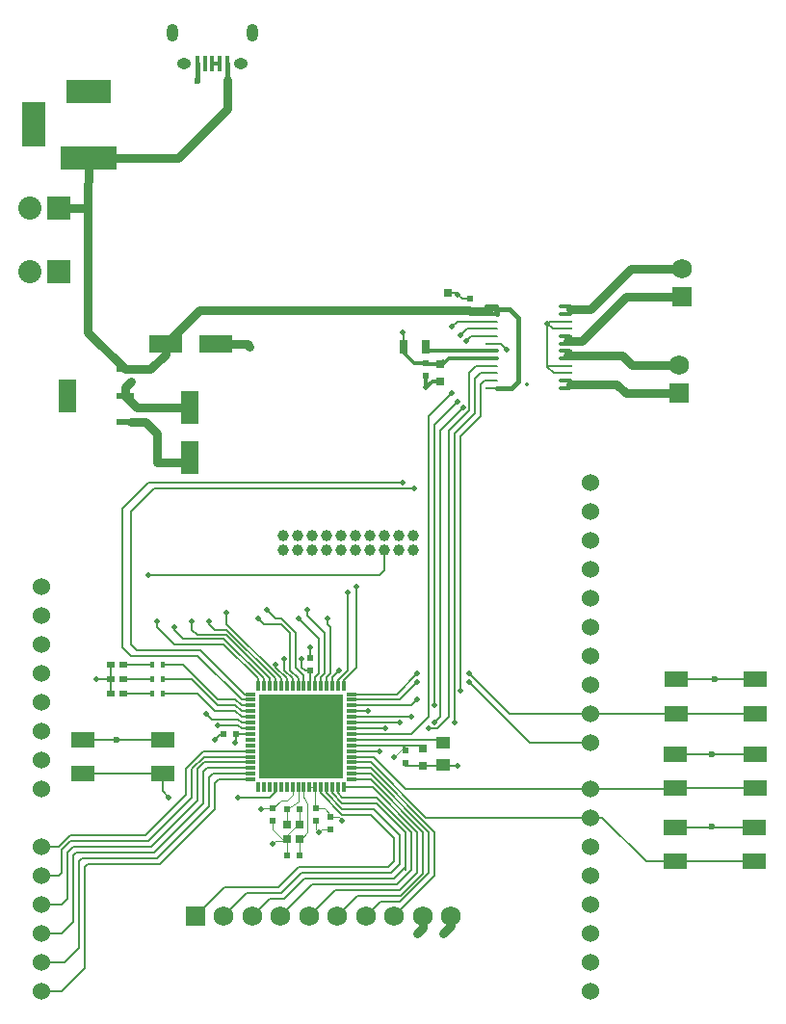
<source format=gbr>
G04 #@! TF.FileFunction,Copper,L1,Top,Signal*
%FSLAX46Y46*%
G04 Gerber Fmt 4.6, Leading zero omitted, Abs format (unit mm)*
G04 Created by KiCad (PCBNEW 4.0.6) date 10/11/17 14:20:55*
%MOMM*%
%LPD*%
G01*
G04 APERTURE LIST*
%ADD10C,0.100000*%
%ADD11R,2.000000X1.400000*%
%ADD12C,1.524000*%
%ADD13R,4.000000X2.000000*%
%ADD14R,5.000000X2.000000*%
%ADD15R,2.000000X4.000000*%
%ADD16R,0.600000X0.500000*%
%ADD17R,2.999740X1.600200*%
%ADD18R,1.600200X2.999740*%
%ADD19R,1.250000X1.000000*%
%ADD20R,0.400000X1.350000*%
%ADD21O,1.250000X0.950000*%
%ADD22O,1.000000X1.550000*%
%ADD23R,1.750000X1.750000*%
%ADD24C,1.750000*%
%ADD25C,1.000000*%
%ADD26R,0.700000X1.300000*%
%ADD27R,0.400000X0.600000*%
%ADD28R,0.850000X0.300000*%
%ADD29R,0.300000X0.850000*%
%ADD30R,1.837500X1.837500*%
%ADD31R,0.500000X0.600000*%
%ADD32R,0.750000X0.800000*%
%ADD33R,0.700000X0.500000*%
%ADD34R,2.032000X2.032000*%
%ADD35O,2.032000X2.032000*%
%ADD36R,1.000000X0.220000*%
%ADD37R,0.650000X0.750000*%
%ADD38R,1.600000X0.600000*%
%ADD39R,1.600000X2.900000*%
%ADD40C,0.600000*%
%ADD41C,0.500000*%
%ADD42C,0.300000*%
%ADD43C,0.800000*%
%ADD44C,0.200000*%
%ADD45C,0.400000*%
G04 APERTURE END LIST*
D10*
D11*
X123560000Y-117900000D03*
X123560000Y-120900000D03*
X130560000Y-117900000D03*
X130560000Y-120900000D03*
D12*
X67818000Y-109728000D03*
X67818000Y-114808000D03*
X67818000Y-117348000D03*
X67818000Y-119888000D03*
X67818000Y-122428000D03*
X67818000Y-124968000D03*
X67818000Y-127508000D03*
X67818000Y-132588000D03*
X67818000Y-135128000D03*
X67818000Y-137668000D03*
X67818000Y-140208000D03*
X67818000Y-142748000D03*
X67818000Y-145288000D03*
X116078000Y-145288000D03*
X116078000Y-142748000D03*
X116078000Y-140208000D03*
X116078000Y-137668000D03*
X116078000Y-135128000D03*
X116078000Y-132588000D03*
X116078000Y-130048000D03*
X116078000Y-127508000D03*
X116078000Y-123444000D03*
X116078000Y-120904000D03*
X116078000Y-118364000D03*
X116078000Y-115824000D03*
X116078000Y-113284000D03*
X116078000Y-110744000D03*
X116078000Y-108204000D03*
X116078000Y-105664000D03*
X116078000Y-103124000D03*
X116078000Y-100584000D03*
X67818000Y-112268000D03*
D13*
X71900000Y-66250000D03*
D14*
X71900000Y-72100000D03*
D15*
X67100000Y-69100000D03*
D16*
X89366000Y-129286000D03*
X90466000Y-129286000D03*
D17*
X78700360Y-88410000D03*
X83099640Y-88410000D03*
D18*
X80850000Y-94010360D03*
X80850000Y-98409640D03*
D19*
X103124000Y-123460000D03*
X103124000Y-125460000D03*
D20*
X84104900Y-63792540D03*
X83454900Y-63792540D03*
X82804900Y-63792540D03*
X82154900Y-63792540D03*
X81504900Y-63792540D03*
D21*
X85304900Y-63792540D03*
X80304900Y-63792540D03*
D22*
X86304900Y-61092540D03*
X79304900Y-61092540D03*
D23*
X123850000Y-92760000D03*
D24*
X123850000Y-90260000D03*
D23*
X124050000Y-84310000D03*
D24*
X124050000Y-81810000D03*
D25*
X89027000Y-105283000D03*
X89027000Y-106553000D03*
X90297000Y-105283000D03*
X90297000Y-106553000D03*
X91567000Y-105283000D03*
X91567000Y-106553000D03*
X92837000Y-105283000D03*
X92837000Y-106553000D03*
X94107000Y-105283000D03*
X94107000Y-106553000D03*
X95377000Y-105283000D03*
X95377000Y-106553000D03*
X96647000Y-105283000D03*
X96647000Y-106553000D03*
X97917000Y-105283000D03*
X97917000Y-106553000D03*
X99187000Y-105283000D03*
X99187000Y-106553000D03*
X100457000Y-105283000D03*
X100457000Y-106553000D03*
D23*
X81300000Y-138700000D03*
D24*
X83800000Y-138700000D03*
X86300000Y-138700000D03*
X88800000Y-138700000D03*
X91300000Y-138700000D03*
X93800000Y-138700000D03*
X96300000Y-138700000D03*
X98800000Y-138700000D03*
X101300000Y-138700000D03*
X103800000Y-138700000D03*
D26*
X101534000Y-88646000D03*
X99634000Y-88646000D03*
D27*
X78428000Y-116586000D03*
X77528000Y-116586000D03*
X78428000Y-117856000D03*
X77528000Y-117856000D03*
X78428000Y-119126000D03*
X77528000Y-119126000D03*
D28*
X86150000Y-119200000D03*
X86150000Y-119700000D03*
X86150000Y-120200000D03*
X86150000Y-120700000D03*
X86150000Y-121200000D03*
X86150000Y-121700000D03*
X86150000Y-122200000D03*
X86150000Y-122700000D03*
X86150000Y-123200000D03*
X86150000Y-123700000D03*
X86150000Y-124200000D03*
X86150000Y-124700000D03*
X86150000Y-125200000D03*
X86150000Y-125700000D03*
X86150000Y-126200000D03*
X86150000Y-126700000D03*
D29*
X86850000Y-127400000D03*
X87350000Y-127400000D03*
X87850000Y-127400000D03*
X88350000Y-127400000D03*
X88850000Y-127400000D03*
X89350000Y-127400000D03*
X89850000Y-127400000D03*
X90350000Y-127400000D03*
X90850000Y-127400000D03*
X91350000Y-127400000D03*
X91850000Y-127400000D03*
X92350000Y-127400000D03*
X92850000Y-127400000D03*
X93350000Y-127400000D03*
X93850000Y-127400000D03*
X94350000Y-127400000D03*
D28*
X95050000Y-126700000D03*
X95050000Y-126200000D03*
X95050000Y-125700000D03*
X95050000Y-125200000D03*
X95050000Y-124700000D03*
X95050000Y-124200000D03*
X95050000Y-123700000D03*
X95050000Y-123200000D03*
X95050000Y-122700000D03*
X95050000Y-122200000D03*
X95050000Y-121700000D03*
X95050000Y-121200000D03*
X95050000Y-120700000D03*
X95050000Y-120200000D03*
X95050000Y-119700000D03*
X95050000Y-119200000D03*
D29*
X94350000Y-118500000D03*
X93850000Y-118500000D03*
X93350000Y-118500000D03*
X92850000Y-118500000D03*
X92350000Y-118500000D03*
X91850000Y-118500000D03*
X91350000Y-118500000D03*
X90850000Y-118500000D03*
X90350000Y-118500000D03*
X89850000Y-118500000D03*
X89350000Y-118500000D03*
X88850000Y-118500000D03*
X88350000Y-118500000D03*
X87850000Y-118500000D03*
X87350000Y-118500000D03*
X86850000Y-118500000D03*
D30*
X93356250Y-125706250D03*
X93356250Y-123868750D03*
X93356250Y-122031250D03*
X93356250Y-120193750D03*
X91518750Y-125706250D03*
X91518750Y-123868750D03*
X91518750Y-122031250D03*
X91518750Y-120193750D03*
X89681250Y-125706250D03*
X89681250Y-123868750D03*
X89681250Y-122031250D03*
X89681250Y-120193750D03*
X87843750Y-125706250D03*
X87843750Y-123868750D03*
X87843750Y-122031250D03*
X87843750Y-120193750D03*
D16*
X90466000Y-133350000D03*
X89366000Y-133350000D03*
D31*
X101600000Y-90128000D03*
X101600000Y-91228000D03*
D32*
X102870000Y-90182000D03*
X102870000Y-91682000D03*
X103550000Y-85460000D03*
X103550000Y-83960000D03*
D31*
X105500000Y-85560000D03*
X105500000Y-84460000D03*
X91948000Y-129244000D03*
X91948000Y-130344000D03*
X88138000Y-129244000D03*
X88138000Y-130344000D03*
X91440000Y-117136000D03*
X91440000Y-116036000D03*
X93218000Y-130006000D03*
X93218000Y-131106000D03*
D16*
X84878000Y-122682000D03*
X83778000Y-122682000D03*
D31*
X99822000Y-124164000D03*
X99822000Y-125264000D03*
D32*
X101346000Y-123964000D03*
X101346000Y-125464000D03*
D33*
X73872000Y-116586000D03*
X74972000Y-116586000D03*
X73872000Y-117856000D03*
X74972000Y-117856000D03*
X73872000Y-119126000D03*
X74972000Y-119126000D03*
D34*
X69342000Y-82042000D03*
D35*
X66802000Y-82042000D03*
D34*
X69342000Y-76454000D03*
D35*
X66802000Y-76454000D03*
D36*
X107350000Y-92285000D03*
X113950000Y-92285000D03*
X107350000Y-91635000D03*
X113950000Y-91635000D03*
X107350000Y-90985000D03*
X113950000Y-90985000D03*
X107350000Y-90335000D03*
X113950000Y-90335000D03*
X107350000Y-89685000D03*
X113950000Y-89685000D03*
X107350000Y-89035000D03*
X113950000Y-89035000D03*
X107350000Y-88385000D03*
X113950000Y-88385000D03*
X107350000Y-87735000D03*
X113950000Y-87735000D03*
X107350000Y-87085000D03*
X113950000Y-87085000D03*
X107350000Y-86435000D03*
X113950000Y-86435000D03*
X107350000Y-85785000D03*
X113950000Y-85785000D03*
X107350000Y-85135000D03*
X113950000Y-85135000D03*
D11*
X123460000Y-130880000D03*
X123460000Y-133880000D03*
X130460000Y-130880000D03*
X130460000Y-133880000D03*
X123500000Y-124484000D03*
X123500000Y-127484000D03*
X130500000Y-124484000D03*
X130500000Y-127484000D03*
X71430000Y-123214000D03*
X71430000Y-126214000D03*
X78430000Y-123214000D03*
X78430000Y-126214000D03*
D37*
X90441000Y-130668000D03*
X89391000Y-130668000D03*
X90441000Y-131968000D03*
X89391000Y-131968000D03*
D38*
X75150000Y-95260000D03*
D39*
X70100000Y-92960000D03*
D38*
X75150000Y-92960000D03*
X75150000Y-90660000D03*
D40*
X77978000Y-98806000D03*
X74422000Y-123190000D03*
D41*
X108712000Y-88900000D03*
D40*
X81534000Y-65278000D03*
X86106000Y-88646000D03*
D41*
X104394000Y-84074000D03*
X101600000Y-92202000D03*
X112268000Y-86614000D03*
X83058000Y-123190000D03*
X91440000Y-115062000D03*
X72644000Y-117856000D03*
X92202000Y-131318000D03*
X88138000Y-132334000D03*
X87843750Y-123868750D03*
X104394000Y-125476000D03*
D40*
X103124000Y-140208000D03*
X126746000Y-130810000D03*
X126746000Y-124460000D03*
X127000000Y-117856000D03*
D41*
X98806000Y-124714000D03*
D40*
X75692000Y-91694000D03*
D41*
X99568000Y-87376000D03*
X84836000Y-123444000D03*
X90678000Y-116078000D03*
X94234000Y-130302000D03*
X87122000Y-129286000D03*
D40*
X100838000Y-140208000D03*
D41*
X96520000Y-120650000D03*
X105410000Y-118110000D03*
X100838000Y-118110000D03*
X105410000Y-117348000D03*
X100838000Y-117348000D03*
X77978000Y-112776000D03*
X89154000Y-116078000D03*
X88392000Y-116586000D03*
X77216000Y-108712000D03*
X85090000Y-128270000D03*
X78994000Y-128270000D03*
X100838000Y-119634000D03*
X104648000Y-118872000D03*
X104140000Y-121666000D03*
X97536000Y-124206000D03*
X98044000Y-122174000D03*
X101854000Y-122174000D03*
X99314000Y-121666000D03*
X102362000Y-121666000D03*
X104902000Y-93980000D03*
X105156000Y-88138000D03*
X100330000Y-121158000D03*
X102362000Y-120142000D03*
X104394000Y-93472000D03*
X104648000Y-87630000D03*
X103886000Y-92710000D03*
X103886000Y-86868000D03*
X95504000Y-109728000D03*
X94742000Y-110236000D03*
X93980000Y-117094000D03*
X100584000Y-101092000D03*
X99568000Y-100584000D03*
X87630000Y-111760000D03*
X86868000Y-112522000D03*
X84074000Y-112014000D03*
X82550000Y-112776000D03*
X81026000Y-112776000D03*
X79502000Y-113284000D03*
X92964000Y-112522000D03*
X91186000Y-111760000D03*
X90424000Y-112522000D03*
X82296000Y-120904000D03*
X83312000Y-121920000D03*
D42*
X110450000Y-91985000D02*
X110425000Y-91960000D01*
D43*
X71882000Y-87392000D02*
X75150000Y-90660000D01*
X71882000Y-85217000D02*
X71882000Y-87392000D01*
X77361000Y-90660000D02*
X75150000Y-90660000D01*
X78700360Y-88410000D02*
X78700360Y-89320640D01*
X78700360Y-89320640D02*
X77361000Y-90660000D01*
D44*
X75150000Y-90660000D02*
X75150000Y-90517000D01*
D43*
X71882000Y-85217000D02*
X71882000Y-76454000D01*
X71882000Y-85092000D02*
X71882000Y-85217000D01*
X71900000Y-72100000D02*
X79800000Y-72100000D01*
X84104900Y-67795100D02*
X84104900Y-65247100D01*
X79800000Y-72100000D02*
X84104900Y-67795100D01*
X69342000Y-76454000D02*
X71882000Y-76454000D01*
D45*
X107850000Y-85785000D02*
X107850000Y-85344000D01*
X107850000Y-85344000D02*
X107950000Y-85344000D01*
D42*
X107850000Y-85785000D02*
X107001000Y-85785000D01*
X107001000Y-85785000D02*
X106934000Y-85718000D01*
X106934000Y-85718000D02*
X106934000Y-85090000D01*
X106934000Y-85090000D02*
X106979000Y-85135000D01*
X106979000Y-85135000D02*
X107850000Y-85135000D01*
D45*
X107850000Y-92285000D02*
X109137000Y-92285000D01*
X108966000Y-85344000D02*
X107950000Y-85344000D01*
X109728000Y-86106000D02*
X108966000Y-85344000D01*
X109728000Y-91694000D02*
X109728000Y-86106000D01*
X109137000Y-92285000D02*
X109728000Y-91694000D01*
X107950000Y-85344000D02*
X107696000Y-85344000D01*
X106426000Y-85560000D02*
X106426000Y-85598000D01*
X106426000Y-85598000D02*
X106426000Y-85560000D01*
X84104900Y-63792540D02*
X84104900Y-65247100D01*
X84104900Y-65247100D02*
X84074000Y-65278000D01*
D43*
X103550000Y-85460000D02*
X81650360Y-85460000D01*
X81650360Y-85460000D02*
X78700360Y-88410000D01*
X103550000Y-85460000D02*
X105400000Y-85460000D01*
X105400000Y-85460000D02*
X105500000Y-85560000D01*
X105500000Y-85560000D02*
X106426000Y-85560000D01*
X106426000Y-85560000D02*
X106972000Y-85560000D01*
X106972000Y-85560000D02*
X107188000Y-85344000D01*
X71900000Y-72100000D02*
X71882000Y-76454000D01*
X77978000Y-96266000D02*
X76962000Y-95250000D01*
X77978000Y-98806000D02*
X80453640Y-98806000D01*
X75692000Y-95250000D02*
X76962000Y-95250000D01*
X77978000Y-98806000D02*
X77978000Y-96266000D01*
D44*
X71430000Y-123214000D02*
X74398000Y-123214000D01*
X74446000Y-123214000D02*
X74422000Y-123190000D01*
X74446000Y-123214000D02*
X78430000Y-123214000D01*
X74398000Y-123214000D02*
X74422000Y-123190000D01*
X107850000Y-88385000D02*
X108197000Y-88385000D01*
X108197000Y-88385000D02*
X108712000Y-88900000D01*
X105500000Y-84460000D02*
X104780000Y-84460000D01*
X104780000Y-84460000D02*
X104394000Y-84074000D01*
D45*
X81504900Y-63792540D02*
X81504900Y-65307100D01*
X81504900Y-65307100D02*
X81534000Y-65278000D01*
D43*
X83099640Y-88410000D02*
X85870000Y-88410000D01*
X85870000Y-88410000D02*
X86106000Y-88646000D01*
D44*
X104280000Y-83960000D02*
X103550000Y-83960000D01*
X104280000Y-83960000D02*
X104394000Y-84074000D01*
X104780000Y-84460000D02*
X104394000Y-84074000D01*
D42*
X102870000Y-91682000D02*
X102120000Y-91682000D01*
X101600000Y-92202000D02*
X101600000Y-91228000D01*
X102120000Y-91682000D02*
X101600000Y-92202000D01*
D44*
X113450000Y-90335000D02*
X112268000Y-90335000D01*
X112268000Y-90335000D02*
X112268000Y-90424000D01*
X113450000Y-90985000D02*
X112829000Y-90985000D01*
X112268000Y-90424000D02*
X112268000Y-86614000D01*
X112829000Y-90985000D02*
X112268000Y-90424000D01*
X113450000Y-87085000D02*
X112739000Y-87085000D01*
X112447000Y-86435000D02*
X112268000Y-86614000D01*
X112447000Y-86435000D02*
X113450000Y-86435000D01*
X112739000Y-87085000D02*
X112268000Y-86614000D01*
D43*
X80453640Y-98806000D02*
X80850000Y-98409640D01*
D44*
X83778000Y-122682000D02*
X83566000Y-122682000D01*
X83566000Y-122682000D02*
X83058000Y-123190000D01*
X101346000Y-125464000D02*
X100342000Y-125464000D01*
X91440000Y-116036000D02*
X91440000Y-115062000D01*
X73872000Y-117856000D02*
X72644000Y-117856000D01*
X73872000Y-117856000D02*
X73872000Y-116586000D01*
X73872000Y-119126000D02*
X73872000Y-117856000D01*
D10*
X90466000Y-129286000D02*
X90466000Y-130528000D01*
X90466000Y-130528000D02*
X89391000Y-131603000D01*
X89391000Y-131603000D02*
X89391000Y-132083000D01*
X93218000Y-131106000D02*
X92414000Y-131106000D01*
X91948000Y-131064000D02*
X92202000Y-131318000D01*
X91948000Y-131064000D02*
X91948000Y-130344000D01*
X92414000Y-131106000D02*
X92202000Y-131318000D01*
X89391000Y-132083000D02*
X88389000Y-132083000D01*
X88389000Y-132083000D02*
X88138000Y-132334000D01*
X89391000Y-132083000D02*
X89157000Y-132083000D01*
X88138000Y-131064000D02*
X88138000Y-130344000D01*
X89157000Y-132083000D02*
X88138000Y-131064000D01*
X89366000Y-133350000D02*
X89366000Y-132108000D01*
X90441000Y-129311000D02*
X90466000Y-129286000D01*
D44*
X87843750Y-125706250D02*
X87843750Y-123868750D01*
X99822000Y-125464000D02*
X100342000Y-125464000D01*
X100342000Y-125464000D02*
X103120000Y-125464000D01*
X103120000Y-125464000D02*
X103132000Y-125476000D01*
X103132000Y-125476000D02*
X104394000Y-125476000D01*
D10*
X87843750Y-120193750D02*
X89681250Y-120193750D01*
X89681250Y-120193750D02*
X91518750Y-120193750D01*
X91518750Y-120193750D02*
X93356250Y-120193750D01*
X93356250Y-120193750D02*
X93356250Y-122031250D01*
X93356250Y-122031250D02*
X91518750Y-122031250D01*
X91518750Y-122031250D02*
X89681250Y-122031250D01*
X89681250Y-122031250D02*
X87843750Y-122031250D01*
X87843750Y-122031250D02*
X87843750Y-123868750D01*
X87843750Y-123868750D02*
X89681250Y-123868750D01*
X89681250Y-123868750D02*
X91518750Y-123868750D01*
X91518750Y-123868750D02*
X93356250Y-123868750D01*
X93356250Y-123868750D02*
X93356250Y-125706250D01*
X93356250Y-125706250D02*
X91518750Y-125706250D01*
X91518750Y-125706250D02*
X89681250Y-125706250D01*
X89681250Y-125706250D02*
X87843750Y-125706250D01*
X91518750Y-122031250D02*
X89681250Y-122031250D01*
D43*
X103800000Y-138700000D02*
X103800000Y-139532000D01*
X103800000Y-139532000D02*
X103124000Y-140208000D01*
D10*
X89366000Y-133350000D02*
X89154000Y-133350000D01*
X89391000Y-132083000D02*
X89391000Y-132097000D01*
D43*
X80850000Y-94010360D02*
X76200360Y-94010360D01*
X76200360Y-94010360D02*
X75150000Y-92960000D01*
D44*
X130460000Y-130880000D02*
X126816000Y-130880000D01*
X126676000Y-130880000D02*
X126746000Y-130810000D01*
X126676000Y-130880000D02*
X123460000Y-130880000D01*
X126816000Y-130880000D02*
X126746000Y-130810000D01*
X130500000Y-124484000D02*
X126770000Y-124484000D01*
X126722000Y-124484000D02*
X126746000Y-124460000D01*
X126722000Y-124484000D02*
X123500000Y-124484000D01*
X126770000Y-124484000D02*
X126746000Y-124460000D01*
X130560000Y-117900000D02*
X127044000Y-117900000D01*
X126956000Y-117900000D02*
X127000000Y-117856000D01*
X126956000Y-117900000D02*
X123560000Y-117900000D01*
X127044000Y-117900000D02*
X127000000Y-117856000D01*
D10*
X99556000Y-123964000D02*
X98806000Y-124714000D01*
X99822000Y-123964000D02*
X99556000Y-123964000D01*
D44*
X95050000Y-123700000D02*
X99568000Y-123700000D01*
D42*
X99634000Y-88646000D02*
X99634000Y-89220000D01*
X99634000Y-89220000D02*
X100542000Y-90128000D01*
X100542000Y-90128000D02*
X101600000Y-90128000D01*
X102870000Y-90182000D02*
X103112000Y-90182000D01*
X103112000Y-90182000D02*
X103609000Y-89685000D01*
X103609000Y-89685000D02*
X107850000Y-89685000D01*
D43*
X75150000Y-92960000D02*
X75150000Y-92236000D01*
X75150000Y-92236000D02*
X75692000Y-91694000D01*
D44*
X99634000Y-88646000D02*
X99634000Y-87442000D01*
X99634000Y-87442000D02*
X99568000Y-87376000D01*
D42*
X102870000Y-90182000D02*
X101654000Y-90182000D01*
X101654000Y-90182000D02*
X101600000Y-90128000D01*
X103113000Y-89939000D02*
X102870000Y-90182000D01*
D44*
X84878000Y-123402000D02*
X84836000Y-123444000D01*
X84878000Y-122682000D02*
X84878000Y-123402000D01*
X86150000Y-122700000D02*
X84896000Y-122700000D01*
X84896000Y-122700000D02*
X84878000Y-122682000D01*
X99568000Y-123700000D02*
X101082000Y-123700000D01*
X101082000Y-123700000D02*
X101346000Y-123964000D01*
X91440000Y-117136000D02*
X90974000Y-117136000D01*
X90678000Y-116840000D02*
X90678000Y-116078000D01*
X90974000Y-117136000D02*
X90678000Y-116840000D01*
D10*
X93218000Y-130006000D02*
X93938000Y-130006000D01*
X93938000Y-130006000D02*
X94234000Y-130302000D01*
X93218000Y-130006000D02*
X93218000Y-129794000D01*
X93218000Y-129794000D02*
X92668000Y-129244000D01*
X92668000Y-129244000D02*
X91948000Y-129244000D01*
X91948000Y-129244000D02*
X91850000Y-129146000D01*
X91850000Y-129146000D02*
X91850000Y-127400000D01*
X91850000Y-127400000D02*
X91350000Y-127400000D01*
X88138000Y-129244000D02*
X87164000Y-129244000D01*
X87164000Y-129244000D02*
X87122000Y-129286000D01*
X89850000Y-127400000D02*
X89850000Y-128082000D01*
X88858000Y-128524000D02*
X88138000Y-129244000D01*
X89408000Y-128524000D02*
X88858000Y-128524000D01*
X89850000Y-128082000D02*
X89408000Y-128524000D01*
D44*
X91440000Y-117136000D02*
X91440000Y-118410000D01*
X91440000Y-118410000D02*
X91350000Y-118500000D01*
X86132000Y-122682000D02*
X86150000Y-122700000D01*
X99568000Y-123700000D02*
X99558000Y-123700000D01*
X99558000Y-123700000D02*
X99822000Y-123964000D01*
D43*
X101300000Y-138700000D02*
X101300000Y-139746000D01*
X101300000Y-139746000D02*
X100838000Y-140208000D01*
X123850000Y-92760000D02*
X119176000Y-92760000D01*
X118364000Y-91948000D02*
X114300000Y-91948000D01*
X119176000Y-92760000D02*
X118364000Y-91948000D01*
D42*
X113450000Y-92285000D02*
X114217000Y-92285000D01*
X114241000Y-91635000D02*
X113450000Y-91635000D01*
X114300000Y-91694000D02*
X114241000Y-91635000D01*
X114300000Y-92202000D02*
X114300000Y-91948000D01*
X114300000Y-91948000D02*
X114300000Y-91694000D01*
X114217000Y-92285000D02*
X114300000Y-92202000D01*
D43*
X123850000Y-90260000D02*
X119724000Y-90260000D01*
X118872000Y-89408000D02*
X114046000Y-89408000D01*
X119724000Y-90260000D02*
X118872000Y-89408000D01*
D42*
X113450000Y-89685000D02*
X114277000Y-89685000D01*
X114181000Y-89035000D02*
X113450000Y-89035000D01*
X114300000Y-89154000D02*
X114181000Y-89035000D01*
X114300000Y-89662000D02*
X114300000Y-89154000D01*
X114277000Y-89685000D02*
X114300000Y-89662000D01*
D43*
X124050000Y-81810000D02*
X119612000Y-81810000D01*
X116078000Y-85344000D02*
X114300000Y-85344000D01*
X119612000Y-81810000D02*
X116078000Y-85344000D01*
D42*
X113450000Y-85785000D02*
X114233000Y-85785000D01*
X114255000Y-85135000D02*
X113450000Y-85135000D01*
X114300000Y-85090000D02*
X114255000Y-85135000D01*
X114300000Y-85718000D02*
X114300000Y-85344000D01*
X114300000Y-85344000D02*
X114300000Y-85090000D01*
X114233000Y-85785000D02*
X114300000Y-85718000D01*
D43*
X124050000Y-84310000D02*
X119144000Y-84310000D01*
X115316000Y-88138000D02*
X114046000Y-88138000D01*
X119144000Y-84310000D02*
X115316000Y-88138000D01*
D42*
X113450000Y-88385000D02*
X114293000Y-88385000D01*
X114151000Y-87735000D02*
X113450000Y-87735000D01*
X114300000Y-87884000D02*
X114151000Y-87735000D01*
X114300000Y-88378000D02*
X114300000Y-87884000D01*
X114293000Y-88385000D02*
X114300000Y-88378000D01*
D44*
X95050000Y-120700000D02*
X96470000Y-120700000D01*
X96470000Y-120700000D02*
X96520000Y-120650000D01*
X95050000Y-119700000D02*
X99248000Y-119700000D01*
X110744000Y-123444000D02*
X116078000Y-123444000D01*
X105410000Y-118110000D02*
X110744000Y-123444000D01*
X99248000Y-119700000D02*
X100838000Y-118110000D01*
X116078000Y-120904000D02*
X123556000Y-120904000D01*
X123556000Y-120904000D02*
X123560000Y-120900000D01*
X123560000Y-120900000D02*
X130560000Y-120900000D01*
X95050000Y-119200000D02*
X98986000Y-119200000D01*
X108966000Y-120904000D02*
X116078000Y-120904000D01*
X105410000Y-117348000D02*
X108966000Y-120904000D01*
X98986000Y-119200000D02*
X100838000Y-117348000D01*
X123460000Y-133880000D02*
X130460000Y-133880000D01*
X116078000Y-130048000D02*
X117094000Y-130048000D01*
X120926000Y-133880000D02*
X123460000Y-133880000D01*
X117094000Y-130048000D02*
X120926000Y-133880000D01*
X95050000Y-125200000D02*
X96752000Y-125200000D01*
X101600000Y-130048000D02*
X116078000Y-130048000D01*
X96752000Y-125200000D02*
X101600000Y-130048000D01*
X86850000Y-118500000D02*
X86850000Y-117838000D01*
X77978000Y-113284000D02*
X77978000Y-112776000D01*
X79502000Y-114808000D02*
X77978000Y-113284000D01*
X83820000Y-114808000D02*
X79502000Y-114808000D01*
X86850000Y-117838000D02*
X83820000Y-114808000D01*
X86150000Y-126200000D02*
X82842000Y-126200000D01*
X69850000Y-142748000D02*
X67818000Y-142748000D01*
X71120000Y-141478000D02*
X69850000Y-142748000D01*
X71120000Y-133858000D02*
X71120000Y-141478000D01*
X71374000Y-133604000D02*
X71120000Y-133858000D01*
X77978000Y-133604000D02*
X71374000Y-133604000D01*
X82550000Y-129032000D02*
X77978000Y-133604000D01*
X82550000Y-126492000D02*
X82550000Y-129032000D01*
X82842000Y-126200000D02*
X82550000Y-126492000D01*
X86150000Y-126700000D02*
X83358000Y-126700000D01*
X69596000Y-145288000D02*
X67818000Y-145288000D01*
X71628000Y-143256000D02*
X69596000Y-145288000D01*
X71628000Y-134366000D02*
X71628000Y-143256000D01*
X71882000Y-134112000D02*
X71628000Y-134366000D01*
X78232000Y-134112000D02*
X71882000Y-134112000D01*
X83058000Y-129286000D02*
X78232000Y-134112000D01*
X83058000Y-127000000D02*
X83058000Y-129286000D01*
X83358000Y-126700000D02*
X83058000Y-127000000D01*
X89850000Y-118500000D02*
X89850000Y-117790000D01*
X89154000Y-117094000D02*
X89154000Y-116078000D01*
X89850000Y-117790000D02*
X89154000Y-117094000D01*
X89350000Y-118500000D02*
X89350000Y-117798000D01*
X88392000Y-116840000D02*
X88392000Y-116586000D01*
X89350000Y-117798000D02*
X88392000Y-116840000D01*
X78430000Y-126214000D02*
X71430000Y-126214000D01*
X91694000Y-108712000D02*
X97536000Y-108712000D01*
X97536000Y-108712000D02*
X97790000Y-108458000D01*
X97917000Y-106553000D02*
X97917000Y-108331000D01*
X97917000Y-108331000D02*
X97790000Y-108458000D01*
X77216000Y-108712000D02*
X77470000Y-108712000D01*
X77470000Y-108712000D02*
X91694000Y-108712000D01*
X88350000Y-127400000D02*
X88350000Y-127804000D01*
X88350000Y-127804000D02*
X87884000Y-128270000D01*
X87884000Y-128270000D02*
X85598000Y-128270000D01*
X85598000Y-128270000D02*
X85090000Y-128270000D01*
X78994000Y-128270000D02*
X78450000Y-127726000D01*
X78450000Y-127726000D02*
X78450000Y-126403000D01*
X107850000Y-91635000D02*
X106739000Y-91635000D01*
X106739000Y-91635000D02*
X106426000Y-91948000D01*
X100838000Y-119634000D02*
X100330000Y-120142000D01*
X100330000Y-120142000D02*
X95108000Y-120142000D01*
X95108000Y-120142000D02*
X95050000Y-120200000D01*
X104648000Y-96520000D02*
X104648000Y-118872000D01*
X106426000Y-94742000D02*
X104648000Y-96520000D01*
X106426000Y-91948000D02*
X106426000Y-94742000D01*
X95050000Y-124200000D02*
X96272000Y-124200000D01*
X97536000Y-124206000D02*
X96272000Y-124200000D01*
X107850000Y-90985000D02*
X106373000Y-90985000D01*
X104140000Y-96266000D02*
X104140000Y-121666000D01*
X105918000Y-94488000D02*
X104140000Y-96266000D01*
X105918000Y-91440000D02*
X105918000Y-94488000D01*
X106373000Y-90985000D02*
X105918000Y-91440000D01*
X107850000Y-90335000D02*
X106007000Y-90335000D01*
X103632000Y-96012000D02*
X103632000Y-121158000D01*
X105410000Y-94234000D02*
X103632000Y-96012000D01*
X105410000Y-90932000D02*
X105410000Y-94234000D01*
X106007000Y-90335000D02*
X105410000Y-90932000D01*
X98018000Y-122200000D02*
X95050000Y-122200000D01*
X98044000Y-122174000D02*
X98018000Y-122200000D01*
X102616000Y-122174000D02*
X101854000Y-122174000D01*
X103632000Y-121158000D02*
X102616000Y-122174000D01*
X107850000Y-87735000D02*
X105559000Y-87735000D01*
X99280000Y-121700000D02*
X95050000Y-121700000D01*
X99314000Y-121666000D02*
X99280000Y-121700000D01*
X102870000Y-121158000D02*
X102362000Y-121666000D01*
X102870000Y-96012000D02*
X102870000Y-121158000D01*
X104902000Y-93980000D02*
X102870000Y-96012000D01*
X105559000Y-87735000D02*
X105156000Y-88138000D01*
X107850000Y-87085000D02*
X105193000Y-87085000D01*
X100288000Y-121200000D02*
X95050000Y-121200000D01*
X100330000Y-121158000D02*
X100288000Y-121200000D01*
X102362000Y-95504000D02*
X102362000Y-120142000D01*
X104394000Y-93472000D02*
X102362000Y-95504000D01*
X105156000Y-87122000D02*
X104648000Y-87630000D01*
X105193000Y-87085000D02*
X105156000Y-87122000D01*
X101854000Y-94742000D02*
X101854000Y-121158000D01*
X103886000Y-92710000D02*
X101854000Y-94742000D01*
X104319000Y-86435000D02*
X103886000Y-86868000D01*
X101854000Y-121158000D02*
X100312000Y-122700000D01*
X95050000Y-122700000D02*
X100312000Y-122700000D01*
X104319000Y-86435000D02*
X107850000Y-86435000D01*
X67818000Y-132588000D02*
X69342000Y-132588000D01*
X82048000Y-124200000D02*
X86150000Y-124200000D01*
X80518000Y-125730000D02*
X82048000Y-124200000D01*
X80518000Y-128016000D02*
X80518000Y-125730000D01*
X76962000Y-131572000D02*
X80518000Y-128016000D01*
X70358000Y-131572000D02*
X76962000Y-131572000D01*
X69342000Y-132588000D02*
X70358000Y-131572000D01*
X86150000Y-124700000D02*
X82056000Y-124700000D01*
X69342000Y-135128000D02*
X67818000Y-135128000D01*
X69596000Y-134874000D02*
X69342000Y-135128000D01*
X69596000Y-132842000D02*
X69596000Y-134874000D01*
X70358000Y-132080000D02*
X69596000Y-132842000D01*
X77216000Y-132080000D02*
X70358000Y-132080000D01*
X81026000Y-128270000D02*
X77216000Y-132080000D01*
X81026000Y-125730000D02*
X81026000Y-128270000D01*
X82056000Y-124700000D02*
X81026000Y-125730000D01*
X86150000Y-125200000D02*
X82064000Y-125200000D01*
X69596000Y-137668000D02*
X67818000Y-137668000D01*
X70104000Y-137160000D02*
X69596000Y-137668000D01*
X70104000Y-133096000D02*
X70104000Y-137160000D01*
X70612000Y-132588000D02*
X70104000Y-133096000D01*
X77470000Y-132588000D02*
X70612000Y-132588000D01*
X81534000Y-128524000D02*
X77470000Y-132588000D01*
X81534000Y-125730000D02*
X81534000Y-128524000D01*
X82064000Y-125200000D02*
X81534000Y-125730000D01*
X71120000Y-133096000D02*
X77470000Y-133096000D01*
X71120000Y-133096000D02*
X70866000Y-133096000D01*
X70866000Y-133096000D02*
X70612000Y-133350000D01*
X70612000Y-133350000D02*
X70612000Y-139192000D01*
X70612000Y-139192000D02*
X69596000Y-140208000D01*
X67818000Y-140208000D02*
X69596000Y-140208000D01*
X82326000Y-125700000D02*
X86150000Y-125700000D01*
X82042000Y-125984000D02*
X82326000Y-125700000D01*
X82042000Y-128778000D02*
X82042000Y-125984000D01*
X77724000Y-133096000D02*
X82042000Y-128778000D01*
X77470000Y-133096000D02*
X77724000Y-133096000D01*
X123500000Y-127484000D02*
X130500000Y-127484000D01*
X116078000Y-127508000D02*
X123476000Y-127508000D01*
X123476000Y-127508000D02*
X123500000Y-127484000D01*
X95050000Y-124700000D02*
X97014000Y-124700000D01*
X99822000Y-127508000D02*
X116078000Y-127508000D01*
X97014000Y-124700000D02*
X99822000Y-127508000D01*
X94350000Y-118500000D02*
X94350000Y-117994000D01*
X95504000Y-116840000D02*
X95504000Y-109728000D01*
X94350000Y-117994000D02*
X95504000Y-116840000D01*
X93850000Y-118500000D02*
X93850000Y-117986000D01*
X94742000Y-117094000D02*
X94742000Y-110236000D01*
X93850000Y-117986000D02*
X94742000Y-117094000D01*
X93350000Y-118500000D02*
X93350000Y-117724000D01*
X93350000Y-117724000D02*
X93980000Y-117094000D01*
X77528000Y-116586000D02*
X74972000Y-116586000D01*
X77528000Y-117856000D02*
X74972000Y-117856000D01*
X77528000Y-119126000D02*
X74972000Y-119126000D01*
D42*
X83454900Y-63792540D02*
X82804900Y-63792540D01*
D44*
X77724000Y-101092000D02*
X100584000Y-101092000D01*
X75692000Y-103124000D02*
X77724000Y-101092000D01*
X75692000Y-114808000D02*
X75692000Y-103124000D01*
X76200000Y-115316000D02*
X75692000Y-114808000D01*
X81788000Y-115316000D02*
X76200000Y-115316000D01*
X86150000Y-119200000D02*
X85672000Y-119200000D01*
X85672000Y-119200000D02*
X81788000Y-115316000D01*
X86150000Y-119700000D02*
X85410000Y-119700000D01*
X77216000Y-100584000D02*
X99568000Y-100584000D01*
X74930000Y-102870000D02*
X77216000Y-100584000D01*
X74930000Y-115062000D02*
X74930000Y-102870000D01*
X75692000Y-115824000D02*
X74930000Y-115062000D01*
X81534000Y-115824000D02*
X75692000Y-115824000D01*
X85410000Y-119700000D02*
X81534000Y-115824000D01*
X90850000Y-118500000D02*
X90850000Y-117520000D01*
X88392000Y-112522000D02*
X87630000Y-111760000D01*
X88900000Y-112522000D02*
X88392000Y-112522000D01*
X90170000Y-113792000D02*
X88900000Y-112522000D01*
X90170000Y-116840000D02*
X90170000Y-113792000D01*
X90850000Y-117520000D02*
X90170000Y-116840000D01*
X90350000Y-118500000D02*
X90350000Y-117782000D01*
X87376000Y-113030000D02*
X86868000Y-112522000D01*
X88900000Y-113030000D02*
X87376000Y-113030000D01*
X89662000Y-113792000D02*
X88900000Y-113030000D01*
X89662000Y-117094000D02*
X89662000Y-113792000D01*
X90350000Y-117782000D02*
X89662000Y-117094000D01*
X88850000Y-118500000D02*
X88850000Y-117806000D01*
X84074000Y-113030000D02*
X84074000Y-112014000D01*
X88850000Y-117806000D02*
X84074000Y-113030000D01*
X88350000Y-118500000D02*
X88350000Y-117814000D01*
X82550000Y-113030000D02*
X82550000Y-112776000D01*
X83058000Y-113538000D02*
X82550000Y-113030000D01*
X84074000Y-113538000D02*
X83058000Y-113538000D01*
X88350000Y-117814000D02*
X84074000Y-113538000D01*
X87850000Y-118500000D02*
X87850000Y-117822000D01*
X81026000Y-113538000D02*
X81026000Y-112776000D01*
X81487998Y-113999998D02*
X81026000Y-113538000D01*
X84027998Y-113999998D02*
X81487998Y-113999998D01*
X87850000Y-117822000D02*
X84027998Y-113999998D01*
X87350000Y-118500000D02*
X87350000Y-117830000D01*
X79502000Y-113538000D02*
X79502000Y-113284000D01*
X80264000Y-114300000D02*
X79502000Y-113538000D01*
X83820000Y-114300000D02*
X80264000Y-114300000D01*
X87350000Y-117830000D02*
X83820000Y-114300000D01*
X92850000Y-118500000D02*
X92850000Y-117716000D01*
X92964000Y-113030000D02*
X92964000Y-112522000D01*
X93218000Y-113284000D02*
X92964000Y-113030000D01*
X93218000Y-117348000D02*
X93218000Y-113284000D01*
X92850000Y-117716000D02*
X93218000Y-117348000D01*
X92350000Y-118500000D02*
X92350000Y-117708000D01*
X91186000Y-112268000D02*
X91186000Y-111760000D01*
X92710000Y-113792000D02*
X91186000Y-112268000D01*
X92710000Y-117348000D02*
X92710000Y-113792000D01*
X92350000Y-117708000D02*
X92710000Y-117348000D01*
X91850000Y-118500000D02*
X91850000Y-117700000D01*
X92202000Y-114300000D02*
X90424000Y-112522000D01*
X92202000Y-117348000D02*
X92202000Y-114300000D01*
X91850000Y-117700000D02*
X92202000Y-117348000D01*
X92350000Y-127400000D02*
X92350000Y-127910000D01*
X83856000Y-136144000D02*
X81300000Y-138700000D01*
X88646000Y-136144000D02*
X83856000Y-136144000D01*
X90424000Y-134366000D02*
X88646000Y-136144000D01*
X98298000Y-134366000D02*
X90424000Y-134366000D01*
X98806000Y-133858000D02*
X98298000Y-134366000D01*
X98806000Y-131826000D02*
X98806000Y-133858000D01*
X96774000Y-129794000D02*
X98806000Y-131826000D01*
X94234000Y-129794000D02*
X96774000Y-129794000D01*
X92350000Y-127910000D02*
X94234000Y-129794000D01*
X92850000Y-127400000D02*
X92850000Y-127902000D01*
X85848000Y-136652000D02*
X83800000Y-138700000D01*
X88900000Y-136652000D02*
X85848000Y-136652000D01*
X90678000Y-134874000D02*
X88900000Y-136652000D01*
X98552000Y-134874000D02*
X90678000Y-134874000D01*
X99314000Y-134112000D02*
X98552000Y-134874000D01*
X99314000Y-131572000D02*
X99314000Y-134112000D01*
X97028000Y-129286000D02*
X99314000Y-131572000D01*
X94234000Y-129286000D02*
X97028000Y-129286000D01*
X92850000Y-127902000D02*
X94234000Y-129286000D01*
X93350000Y-127400000D02*
X93350000Y-127894000D01*
X87840000Y-137160000D02*
X86300000Y-138700000D01*
X89154000Y-137160000D02*
X87840000Y-137160000D01*
X90932000Y-135382000D02*
X89154000Y-137160000D01*
X98806000Y-135382000D02*
X90932000Y-135382000D01*
X99822000Y-134366000D02*
X98806000Y-135382000D01*
X99822000Y-134620000D02*
X99822000Y-134366000D01*
X99822000Y-131318000D02*
X99822000Y-134620000D01*
X97282000Y-128778000D02*
X99822000Y-131318000D01*
X94234000Y-128778000D02*
X97282000Y-128778000D01*
X93350000Y-127894000D02*
X94234000Y-128778000D01*
X86360000Y-138640000D02*
X86300000Y-138700000D01*
X93850000Y-127400000D02*
X93850000Y-127886000D01*
X91610000Y-135890000D02*
X88800000Y-138700000D01*
X99060000Y-135890000D02*
X91610000Y-135890000D01*
X100330000Y-134620000D02*
X99060000Y-135890000D01*
X100330000Y-131318000D02*
X100330000Y-134620000D01*
X97282000Y-128270000D02*
X100330000Y-131318000D01*
X94234000Y-128270000D02*
X97282000Y-128270000D01*
X93850000Y-127886000D02*
X94234000Y-128270000D01*
X94350000Y-127400000D02*
X96920000Y-127400000D01*
X93602000Y-136398000D02*
X91300000Y-138700000D01*
X99314000Y-136398000D02*
X93602000Y-136398000D01*
X100838000Y-134874000D02*
X99314000Y-136398000D01*
X100838000Y-131318000D02*
X100838000Y-134874000D01*
X96920000Y-127400000D02*
X100838000Y-131318000D01*
X95050000Y-126700000D02*
X96728000Y-126700000D01*
X95594000Y-136906000D02*
X93800000Y-138700000D01*
X99397734Y-136906000D02*
X95594000Y-136906000D01*
X101346000Y-134957734D02*
X99397734Y-136906000D01*
X101346000Y-131318000D02*
X101346000Y-134957734D01*
X96728000Y-126700000D02*
X101346000Y-131318000D01*
X101854000Y-131318000D02*
X101854000Y-134874000D01*
X96736000Y-126200000D02*
X101854000Y-131318000D01*
X95050000Y-126200000D02*
X96736000Y-126200000D01*
X97586000Y-137414000D02*
X96300000Y-138700000D01*
X99314000Y-137414000D02*
X97586000Y-137414000D01*
X101854000Y-134874000D02*
X99314000Y-137414000D01*
X95050000Y-125700000D02*
X96744000Y-125700000D01*
X102362000Y-135138000D02*
X98800000Y-138700000D01*
X102362000Y-131318000D02*
X102362000Y-135138000D01*
X96744000Y-125700000D02*
X102362000Y-131318000D01*
X86150000Y-121700000D02*
X85378000Y-121700000D01*
X82804000Y-121412000D02*
X82296000Y-120904000D01*
X85090000Y-121412000D02*
X82804000Y-121412000D01*
X85378000Y-121700000D02*
X85090000Y-121412000D01*
X86150000Y-122200000D02*
X85370000Y-122200000D01*
X85090000Y-121920000D02*
X83312000Y-121920000D01*
X85370000Y-122200000D02*
X85090000Y-121920000D01*
D10*
X89391000Y-130553000D02*
X89391000Y-129311000D01*
X89391000Y-129311000D02*
X90350000Y-128606000D01*
X90350000Y-128606000D02*
X90350000Y-127400000D01*
X89366000Y-130528000D02*
X89391000Y-130553000D01*
X90466000Y-133350000D02*
X90466000Y-132108000D01*
X90466000Y-132108000D02*
X90441000Y-132083000D01*
X90850000Y-127400000D02*
X90850000Y-128188000D01*
X91186000Y-131338000D02*
X90441000Y-132083000D01*
X91186000Y-128778000D02*
X91186000Y-131338000D01*
X90850000Y-128188000D02*
X91186000Y-128778000D01*
X90416000Y-132108000D02*
X90441000Y-132083000D01*
D42*
X107850000Y-89035000D02*
X101923000Y-89035000D01*
X101923000Y-89035000D02*
X101534000Y-88646000D01*
X101669000Y-88781000D02*
X101534000Y-88646000D01*
D44*
X86150000Y-120200000D02*
X85402000Y-120200000D01*
X80264000Y-116586000D02*
X78428000Y-116586000D01*
X83312000Y-119634000D02*
X80264000Y-116586000D01*
X84836000Y-119634000D02*
X83312000Y-119634000D01*
X85402000Y-120200000D02*
X84836000Y-119634000D01*
X86150000Y-120700000D02*
X85394000Y-120700000D01*
X81026000Y-117856000D02*
X78428000Y-117856000D01*
X83312000Y-120142000D02*
X81026000Y-117856000D01*
X84836000Y-120142000D02*
X83312000Y-120142000D01*
X85394000Y-120700000D02*
X84836000Y-120142000D01*
X86150000Y-121200000D02*
X85386000Y-121200000D01*
X81534000Y-119126000D02*
X78428000Y-119126000D01*
X83058000Y-120650000D02*
X81534000Y-119126000D01*
X84836000Y-120650000D02*
X83058000Y-120650000D01*
X85386000Y-121200000D02*
X84836000Y-120650000D01*
X95050000Y-123200000D02*
X102864000Y-123200000D01*
X102864000Y-123200000D02*
X103124000Y-123460000D01*
D42*
X67820000Y-117350000D02*
X67818000Y-117348000D01*
X67856000Y-119850000D02*
X67818000Y-119888000D01*
M02*

</source>
